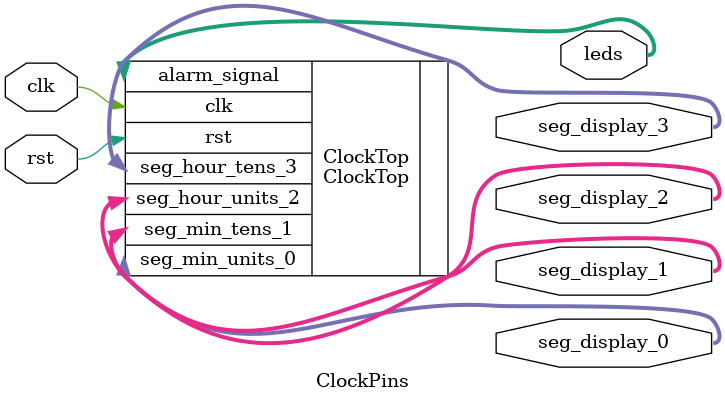
<source format=sv>
`define v1_2 "-name IO_STANDARD \"1.2-V\""
`define v3_3 "-name IO_STANDARD \"3.3-V\""

`define pins_hex0 "V19, V18, V17, W18, Y20, Y19, Y18"

`define pins_hex1 "AA18, AD26, AB19, AE26, AE25, AC19, AF24" 
`define pins_hex2 "AD7, AD6, U20, V22, V20, W21, W20"
`define pins_hex3 "Y24, Y23, AA23, AA22, AC24, AC23, AC22"


module ClockPins(
(* altera_atribute = `v1_2, chip_pin = `pins_hex0 *) output [6:0]  seg_display_0,
(* altera_atribute = `v1_2, chip_pin = `pins_hex1 *) output [6:0]  seg_display_1,
(* altera_atribute = `v3_3, chip_pin = `pins_hex2 *) output [6:0]  seg_display_2,
(* altera_atribute = `v3_3, chip_pin = `pins_hex3 *) output [6:0]  seg_display_3, 
(* chip_pin = "F7, F6, G6, G7, J8, J7, K10, K8, H7, J10, L7, K6, D8, E9, A5, B6, H8, H9" *) output[17:0] leds,
(* altera_atribute = "-name IO_STANDARD\"1.2-V\"", chip_pin = "P11" *) input rst,
(* chip_pin = "H12" *) input clk
);

ClockTop ClockTop(
.rst(rst),
.clk(clk),
.seg_min_units_0(seg_display_0),
.seg_min_tens_1(seg_display_1),
.seg_hour_units_2(seg_display_2),
.seg_hour_tens_3(seg_display_3),
.alarm_signal(leds)

);


endmodule
</source>
